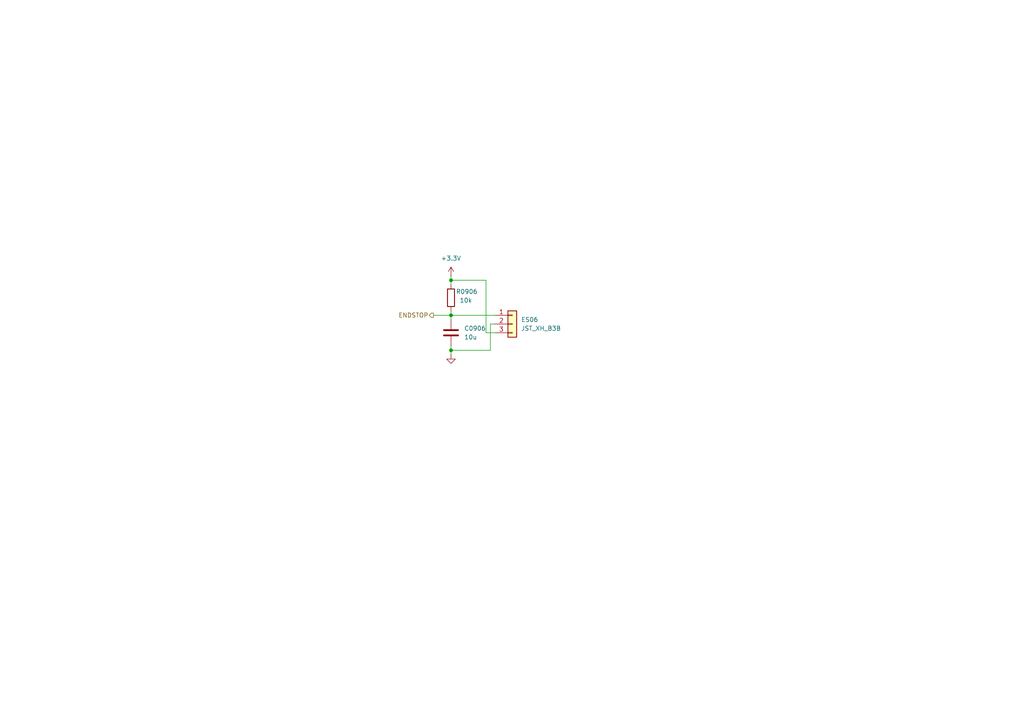
<source format=kicad_sch>
(kicad_sch
	(version 20250114)
	(generator "eeschema")
	(generator_version "9.0")
	(uuid "0800443c-02b9-4dfc-9967-9e992fc24098")
	(paper "A4")
	(title_block
		(date "2025-02-27")
		(comment 1 "Концевик")
		(comment 2 "Филимонов С.В.")
		(comment 3 "Семеренко Д.А.")
		(comment 4 "Тищенко Л.А.")
	)
	(lib_symbols
		(symbol "Connector_Generic:Conn_01x03"
			(pin_names
				(offset 1.016)
				(hide yes)
			)
			(exclude_from_sim no)
			(in_bom yes)
			(on_board yes)
			(property "Reference" "J"
				(at 0 5.08 0)
				(effects
					(font
						(size 1.27 1.27)
					)
				)
			)
			(property "Value" "Conn_01x03"
				(at 0 -5.08 0)
				(effects
					(font
						(size 1.27 1.27)
					)
				)
			)
			(property "Footprint" ""
				(at 0 0 0)
				(effects
					(font
						(size 1.27 1.27)
					)
					(hide yes)
				)
			)
			(property "Datasheet" "~"
				(at 0 0 0)
				(effects
					(font
						(size 1.27 1.27)
					)
					(hide yes)
				)
			)
			(property "Description" "Generic connector, single row, 01x03, script generated (kicad-library-utils/schlib/autogen/connector/)"
				(at 0 0 0)
				(effects
					(font
						(size 1.27 1.27)
					)
					(hide yes)
				)
			)
			(property "ki_keywords" "connector"
				(at 0 0 0)
				(effects
					(font
						(size 1.27 1.27)
					)
					(hide yes)
				)
			)
			(property "ki_fp_filters" "Connector*:*_1x??_*"
				(at 0 0 0)
				(effects
					(font
						(size 1.27 1.27)
					)
					(hide yes)
				)
			)
			(symbol "Conn_01x03_1_1"
				(rectangle
					(start -1.27 3.81)
					(end 1.27 -3.81)
					(stroke
						(width 0.254)
						(type default)
					)
					(fill
						(type background)
					)
				)
				(rectangle
					(start -1.27 2.667)
					(end 0 2.413)
					(stroke
						(width 0.1524)
						(type default)
					)
					(fill
						(type none)
					)
				)
				(rectangle
					(start -1.27 0.127)
					(end 0 -0.127)
					(stroke
						(width 0.1524)
						(type default)
					)
					(fill
						(type none)
					)
				)
				(rectangle
					(start -1.27 -2.413)
					(end 0 -2.667)
					(stroke
						(width 0.1524)
						(type default)
					)
					(fill
						(type none)
					)
				)
				(pin passive line
					(at -5.08 2.54 0)
					(length 3.81)
					(name "Pin_1"
						(effects
							(font
								(size 1.27 1.27)
							)
						)
					)
					(number "1"
						(effects
							(font
								(size 1.27 1.27)
							)
						)
					)
				)
				(pin passive line
					(at -5.08 0 0)
					(length 3.81)
					(name "Pin_2"
						(effects
							(font
								(size 1.27 1.27)
							)
						)
					)
					(number "2"
						(effects
							(font
								(size 1.27 1.27)
							)
						)
					)
				)
				(pin passive line
					(at -5.08 -2.54 0)
					(length 3.81)
					(name "Pin_3"
						(effects
							(font
								(size 1.27 1.27)
							)
						)
					)
					(number "3"
						(effects
							(font
								(size 1.27 1.27)
							)
						)
					)
				)
			)
			(embedded_fonts no)
		)
		(symbol "Device:C"
			(pin_numbers
				(hide yes)
			)
			(pin_names
				(offset 0.254)
			)
			(exclude_from_sim no)
			(in_bom yes)
			(on_board yes)
			(property "Reference" "C"
				(at 0.635 2.54 0)
				(effects
					(font
						(size 1.27 1.27)
					)
					(justify left)
				)
			)
			(property "Value" "C"
				(at 0.635 -2.54 0)
				(effects
					(font
						(size 1.27 1.27)
					)
					(justify left)
				)
			)
			(property "Footprint" ""
				(at 0.9652 -3.81 0)
				(effects
					(font
						(size 1.27 1.27)
					)
					(hide yes)
				)
			)
			(property "Datasheet" "~"
				(at 0 0 0)
				(effects
					(font
						(size 1.27 1.27)
					)
					(hide yes)
				)
			)
			(property "Description" "Unpolarized capacitor"
				(at 0 0 0)
				(effects
					(font
						(size 1.27 1.27)
					)
					(hide yes)
				)
			)
			(property "ki_keywords" "cap capacitor"
				(at 0 0 0)
				(effects
					(font
						(size 1.27 1.27)
					)
					(hide yes)
				)
			)
			(property "ki_fp_filters" "C_*"
				(at 0 0 0)
				(effects
					(font
						(size 1.27 1.27)
					)
					(hide yes)
				)
			)
			(symbol "C_0_1"
				(polyline
					(pts
						(xy -2.032 0.762) (xy 2.032 0.762)
					)
					(stroke
						(width 0.508)
						(type default)
					)
					(fill
						(type none)
					)
				)
				(polyline
					(pts
						(xy -2.032 -0.762) (xy 2.032 -0.762)
					)
					(stroke
						(width 0.508)
						(type default)
					)
					(fill
						(type none)
					)
				)
			)
			(symbol "C_1_1"
				(pin passive line
					(at 0 3.81 270)
					(length 2.794)
					(name "~"
						(effects
							(font
								(size 1.27 1.27)
							)
						)
					)
					(number "1"
						(effects
							(font
								(size 1.27 1.27)
							)
						)
					)
				)
				(pin passive line
					(at 0 -3.81 90)
					(length 2.794)
					(name "~"
						(effects
							(font
								(size 1.27 1.27)
							)
						)
					)
					(number "2"
						(effects
							(font
								(size 1.27 1.27)
							)
						)
					)
				)
			)
			(embedded_fonts no)
		)
		(symbol "Device:R"
			(pin_numbers
				(hide yes)
			)
			(pin_names
				(offset 0)
			)
			(exclude_from_sim no)
			(in_bom yes)
			(on_board yes)
			(property "Reference" "R"
				(at 2.032 0 90)
				(effects
					(font
						(size 1.27 1.27)
					)
				)
			)
			(property "Value" "R"
				(at 0 0 90)
				(effects
					(font
						(size 1.27 1.27)
					)
				)
			)
			(property "Footprint" ""
				(at -1.778 0 90)
				(effects
					(font
						(size 1.27 1.27)
					)
					(hide yes)
				)
			)
			(property "Datasheet" "~"
				(at 0 0 0)
				(effects
					(font
						(size 1.27 1.27)
					)
					(hide yes)
				)
			)
			(property "Description" "Resistor"
				(at 0 0 0)
				(effects
					(font
						(size 1.27 1.27)
					)
					(hide yes)
				)
			)
			(property "ki_keywords" "R res resistor"
				(at 0 0 0)
				(effects
					(font
						(size 1.27 1.27)
					)
					(hide yes)
				)
			)
			(property "ki_fp_filters" "R_*"
				(at 0 0 0)
				(effects
					(font
						(size 1.27 1.27)
					)
					(hide yes)
				)
			)
			(symbol "R_0_1"
				(rectangle
					(start -1.016 -2.54)
					(end 1.016 2.54)
					(stroke
						(width 0.254)
						(type default)
					)
					(fill
						(type none)
					)
				)
			)
			(symbol "R_1_1"
				(pin passive line
					(at 0 3.81 270)
					(length 1.27)
					(name "~"
						(effects
							(font
								(size 1.27 1.27)
							)
						)
					)
					(number "1"
						(effects
							(font
								(size 1.27 1.27)
							)
						)
					)
				)
				(pin passive line
					(at 0 -3.81 90)
					(length 1.27)
					(name "~"
						(effects
							(font
								(size 1.27 1.27)
							)
						)
					)
					(number "2"
						(effects
							(font
								(size 1.27 1.27)
							)
						)
					)
				)
			)
			(embedded_fonts no)
		)
		(symbol "power:+3.3V"
			(power)
			(pin_numbers
				(hide yes)
			)
			(pin_names
				(offset 0)
				(hide yes)
			)
			(exclude_from_sim no)
			(in_bom yes)
			(on_board yes)
			(property "Reference" "#PWR"
				(at 0 -3.81 0)
				(effects
					(font
						(size 1.27 1.27)
					)
					(hide yes)
				)
			)
			(property "Value" "+3.3V"
				(at 0 3.556 0)
				(effects
					(font
						(size 1.27 1.27)
					)
				)
			)
			(property "Footprint" ""
				(at 0 0 0)
				(effects
					(font
						(size 1.27 1.27)
					)
					(hide yes)
				)
			)
			(property "Datasheet" ""
				(at 0 0 0)
				(effects
					(font
						(size 1.27 1.27)
					)
					(hide yes)
				)
			)
			(property "Description" "Power symbol creates a global label with name \"+3.3V\""
				(at 0 0 0)
				(effects
					(font
						(size 1.27 1.27)
					)
					(hide yes)
				)
			)
			(property "ki_keywords" "global power"
				(at 0 0 0)
				(effects
					(font
						(size 1.27 1.27)
					)
					(hide yes)
				)
			)
			(symbol "+3.3V_0_1"
				(polyline
					(pts
						(xy -0.762 1.27) (xy 0 2.54)
					)
					(stroke
						(width 0)
						(type default)
					)
					(fill
						(type none)
					)
				)
				(polyline
					(pts
						(xy 0 2.54) (xy 0.762 1.27)
					)
					(stroke
						(width 0)
						(type default)
					)
					(fill
						(type none)
					)
				)
				(polyline
					(pts
						(xy 0 0) (xy 0 2.54)
					)
					(stroke
						(width 0)
						(type default)
					)
					(fill
						(type none)
					)
				)
			)
			(symbol "+3.3V_1_1"
				(pin power_in line
					(at 0 0 90)
					(length 0)
					(name "~"
						(effects
							(font
								(size 1.27 1.27)
							)
						)
					)
					(number "1"
						(effects
							(font
								(size 1.27 1.27)
							)
						)
					)
				)
			)
			(embedded_fonts no)
		)
		(symbol "power:GND"
			(power)
			(pin_numbers
				(hide yes)
			)
			(pin_names
				(offset 0)
				(hide yes)
			)
			(exclude_from_sim no)
			(in_bom yes)
			(on_board yes)
			(property "Reference" "#PWR"
				(at 0 -6.35 0)
				(effects
					(font
						(size 1.27 1.27)
					)
					(hide yes)
				)
			)
			(property "Value" "GND"
				(at 0 -3.81 0)
				(effects
					(font
						(size 1.27 1.27)
					)
				)
			)
			(property "Footprint" ""
				(at 0 0 0)
				(effects
					(font
						(size 1.27 1.27)
					)
					(hide yes)
				)
			)
			(property "Datasheet" ""
				(at 0 0 0)
				(effects
					(font
						(size 1.27 1.27)
					)
					(hide yes)
				)
			)
			(property "Description" "Power symbol creates a global label with name \"GND\" , ground"
				(at 0 0 0)
				(effects
					(font
						(size 1.27 1.27)
					)
					(hide yes)
				)
			)
			(property "ki_keywords" "global power"
				(at 0 0 0)
				(effects
					(font
						(size 1.27 1.27)
					)
					(hide yes)
				)
			)
			(symbol "GND_0_1"
				(polyline
					(pts
						(xy 0 0) (xy 0 -1.27) (xy 1.27 -1.27) (xy 0 -2.54) (xy -1.27 -1.27) (xy 0 -1.27)
					)
					(stroke
						(width 0)
						(type default)
					)
					(fill
						(type none)
					)
				)
			)
			(symbol "GND_1_1"
				(pin power_in line
					(at 0 0 270)
					(length 0)
					(name "~"
						(effects
							(font
								(size 1.27 1.27)
							)
						)
					)
					(number "1"
						(effects
							(font
								(size 1.27 1.27)
							)
						)
					)
				)
			)
			(embedded_fonts no)
		)
	)
	(junction
		(at 130.81 81.28)
		(diameter 0)
		(color 0 0 0 0)
		(uuid "7a1f5c96-5bcc-4e2d-980e-ac6bb97d73e6")
	)
	(junction
		(at 130.81 91.44)
		(diameter 0)
		(color 0 0 0 0)
		(uuid "a74a4f89-3de5-47b4-b477-3035b7b008c6")
	)
	(junction
		(at 130.81 101.6)
		(diameter 0)
		(color 0 0 0 0)
		(uuid "dc5f7702-c1f0-4e87-b00f-1e67d10c9a22")
	)
	(wire
		(pts
			(xy 130.81 100.33) (xy 130.81 101.6)
		)
		(stroke
			(width 0)
			(type default)
		)
		(uuid "1c503c35-ab40-482f-9d1e-004d4ddec8e8")
	)
	(wire
		(pts
			(xy 142.24 93.98) (xy 143.51 93.98)
		)
		(stroke
			(width 0)
			(type default)
		)
		(uuid "34d4d3f7-04fa-43db-b306-a602e8ab6c74")
	)
	(wire
		(pts
			(xy 130.81 91.44) (xy 130.81 92.71)
		)
		(stroke
			(width 0)
			(type default)
		)
		(uuid "5147e7d4-ae18-43c5-8f8e-c52b0d030e62")
	)
	(wire
		(pts
			(xy 125.73 91.44) (xy 130.81 91.44)
		)
		(stroke
			(width 0)
			(type default)
		)
		(uuid "836fc1ba-ef98-48a9-ad46-9d7b2487f54e")
	)
	(wire
		(pts
			(xy 130.81 80.01) (xy 130.81 81.28)
		)
		(stroke
			(width 0)
			(type default)
		)
		(uuid "869e6499-1475-4034-b333-4bd3008ceac8")
	)
	(wire
		(pts
			(xy 140.97 81.28) (xy 140.97 96.52)
		)
		(stroke
			(width 0)
			(type default)
		)
		(uuid "950b3342-1426-425d-9621-36117bcea7b4")
	)
	(wire
		(pts
			(xy 130.81 81.28) (xy 140.97 81.28)
		)
		(stroke
			(width 0)
			(type default)
		)
		(uuid "95129298-59fc-4ec8-a697-1385ff37dbdc")
	)
	(wire
		(pts
			(xy 130.81 101.6) (xy 130.81 102.87)
		)
		(stroke
			(width 0)
			(type default)
		)
		(uuid "aca6683b-61a0-49ba-b622-6dfd3cf116bc")
	)
	(wire
		(pts
			(xy 140.97 96.52) (xy 143.51 96.52)
		)
		(stroke
			(width 0)
			(type default)
		)
		(uuid "ad1ae28a-4b44-475b-96f6-e57c46dc2596")
	)
	(wire
		(pts
			(xy 130.81 90.17) (xy 130.81 91.44)
		)
		(stroke
			(width 0)
			(type default)
		)
		(uuid "c8a277af-f8f3-4d2f-af60-5c5b09247299")
	)
	(wire
		(pts
			(xy 130.81 81.28) (xy 130.81 82.55)
		)
		(stroke
			(width 0)
			(type default)
		)
		(uuid "d11cc10f-b110-4387-bdd6-2ee7ed980409")
	)
	(wire
		(pts
			(xy 130.81 101.6) (xy 142.24 101.6)
		)
		(stroke
			(width 0)
			(type default)
		)
		(uuid "d3becaf4-316f-44b3-85f4-b6c27083a725")
	)
	(wire
		(pts
			(xy 142.24 93.98) (xy 142.24 101.6)
		)
		(stroke
			(width 0)
			(type default)
		)
		(uuid "ed87f7b2-f9ad-4014-8605-2e635a1f7ff1")
	)
	(wire
		(pts
			(xy 130.81 91.44) (xy 143.51 91.44)
		)
		(stroke
			(width 0)
			(type default)
		)
		(uuid "f157d491-3f00-458e-bcae-7757df90e317")
	)
	(hierarchical_label "ENDSTOP"
		(shape output)
		(at 125.73 91.44 180)
		(effects
			(font
				(size 1.27 1.27)
			)
			(justify right)
		)
		(uuid "e4f74ea1-ec6c-4ae0-a8d1-f84b03410f73")
	)
	(symbol
		(lib_id "power:+3.3V")
		(at 130.81 80.01 0)
		(unit 1)
		(exclude_from_sim no)
		(in_bom yes)
		(on_board yes)
		(dnp no)
		(fields_autoplaced yes)
		(uuid "094291d7-bc72-433e-b1a6-4bde079afa1c")
		(property "Reference" "#PWR0167"
			(at 130.81 83.82 0)
			(effects
				(font
					(size 1.27 1.27)
				)
				(hide yes)
			)
		)
		(property "Value" "+3.3V"
			(at 130.81 74.93 0)
			(effects
				(font
					(size 1.27 1.27)
				)
			)
		)
		(property "Footprint" ""
			(at 130.81 80.01 0)
			(effects
				(font
					(size 1.27 1.27)
				)
				(hide yes)
			)
		)
		(property "Datasheet" ""
			(at 130.81 80.01 0)
			(effects
				(font
					(size 1.27 1.27)
				)
				(hide yes)
			)
		)
		(property "Description" "Power symbol creates a global label with name \"+3.3V\""
			(at 130.81 80.01 0)
			(effects
				(font
					(size 1.27 1.27)
				)
				(hide yes)
			)
		)
		(pin "1"
			(uuid "37a24838-7918-40e6-b903-94115f3306cb")
		)
		(instances
			(project "MasterBoard"
				(path "/97e8f341-b455-4614-ab7f-cc310164e7aa/0020857d-77ad-4b1f-afb2-65480b85c325"
					(reference "#PWR0178")
					(unit 1)
				)
				(path "/97e8f341-b455-4614-ab7f-cc310164e7aa/15b1724a-2f36-4aa6-bc5e-02dcfe1e0071"
					(reference "#PWR0176")
					(unit 1)
				)
				(path "/97e8f341-b455-4614-ab7f-cc310164e7aa/2cb344d1-bc6a-4ba0-9e7f-cb68bc3ab9dc"
					(reference "#PWR0174")
					(unit 1)
				)
				(path "/97e8f341-b455-4614-ab7f-cc310164e7aa/4e2e899a-7a0c-4669-897b-8dedbdd1b4ee"
					(reference "#PWR0170")
					(unit 1)
				)
				(path "/97e8f341-b455-4614-ab7f-cc310164e7aa/94ff1a88-0c2a-40cb-bd19-cf6a210b21bd"
					(reference "#PWR0172")
					(unit 1)
				)
				(path "/97e8f341-b455-4614-ab7f-cc310164e7aa/a1fd2dac-a455-4c85-b79b-43aa768602d3"
					(reference "#PWR0168")
					(unit 1)
				)
				(path "/97e8f341-b455-4614-ab7f-cc310164e7aa/c32cc6e0-b940-4ade-a351-c5b9da254a31"
					(reference "#PWR0167")
					(unit 1)
				)
			)
		)
	)
	(symbol
		(lib_id "Connector_Generic:Conn_01x03")
		(at 148.59 93.98 0)
		(unit 1)
		(exclude_from_sim no)
		(in_bom yes)
		(on_board yes)
		(dnp no)
		(fields_autoplaced yes)
		(uuid "17d6fb1f-1d34-4926-b070-2c96b1117d37")
		(property "Reference" "ES00"
			(at 151.13 92.7099 0)
			(effects
				(font
					(size 1.27 1.27)
				)
				(justify left)
			)
		)
		(property "Value" "JST_XH_B3B"
			(at 151.13 95.2499 0)
			(effects
				(font
					(size 1.27 1.27)
				)
				(justify left)
			)
		)
		(property "Footprint" "Connector_JST:JST_XH_B3B-XH-A_1x03_P2.50mm_Vertical"
			(at 148.59 93.98 0)
			(effects
				(font
					(size 1.27 1.27)
				)
				(hide yes)
			)
		)
		(property "Datasheet" "~"
			(at 148.59 93.98 0)
			(effects
				(font
					(size 1.27 1.27)
				)
				(hide yes)
			)
		)
		(property "Description" "Generic connector, single row, 01x03, script generated (kicad-library-utils/schlib/autogen/connector/)"
			(at 148.59 93.98 0)
			(effects
				(font
					(size 1.27 1.27)
				)
				(hide yes)
			)
		)
		(pin "1"
			(uuid "188b7076-40d4-49be-b507-0d899b1e567a")
		)
		(pin "2"
			(uuid "88c30446-78d9-4e0a-8d9f-e0277f33262b")
		)
		(pin "3"
			(uuid "801a0bd0-5618-4e43-8d4c-5827f5e22ade")
		)
		(instances
			(project "MasterBoard"
				(path "/97e8f341-b455-4614-ab7f-cc310164e7aa/0020857d-77ad-4b1f-afb2-65480b85c325"
					(reference "ES06")
					(unit 1)
				)
				(path "/97e8f341-b455-4614-ab7f-cc310164e7aa/15b1724a-2f36-4aa6-bc5e-02dcfe1e0071"
					(reference "ES05")
					(unit 1)
				)
				(path "/97e8f341-b455-4614-ab7f-cc310164e7aa/2cb344d1-bc6a-4ba0-9e7f-cb68bc3ab9dc"
					(reference "J04")
					(unit 1)
				)
				(path "/97e8f341-b455-4614-ab7f-cc310164e7aa/4e2e899a-7a0c-4669-897b-8dedbdd1b4ee"
					(reference "JES02")
					(unit 1)
				)
				(path "/97e8f341-b455-4614-ab7f-cc310164e7aa/94ff1a88-0c2a-40cb-bd19-cf6a210b21bd"
					(reference "ES03")
					(unit 1)
				)
				(path "/97e8f341-b455-4614-ab7f-cc310164e7aa/a1fd2dac-a455-4c85-b79b-43aa768602d3"
					(reference "ES01")
					(unit 1)
				)
				(path "/97e8f341-b455-4614-ab7f-cc310164e7aa/c32cc6e0-b940-4ade-a351-c5b9da254a31"
					(reference "ES00")
					(unit 1)
				)
			)
		)
	)
	(symbol
		(lib_id "Device:C")
		(at 130.81 96.52 180)
		(unit 1)
		(exclude_from_sim no)
		(in_bom yes)
		(on_board yes)
		(dnp no)
		(fields_autoplaced yes)
		(uuid "6f771c0b-729f-4ca7-8ce4-65d33540e95d")
		(property "Reference" "C0900"
			(at 134.62 95.2499 0)
			(effects
				(font
					(size 1.27 1.27)
				)
				(justify right)
			)
		)
		(property "Value" "10u"
			(at 134.62 97.7899 0)
			(effects
				(font
					(size 1.27 1.27)
				)
				(justify right)
			)
		)
		(property "Footprint" "Capacitor_SMD:C_0805_2012Metric"
			(at 129.8448 92.71 0)
			(effects
				(font
					(size 1.27 1.27)
				)
				(hide yes)
			)
		)
		(property "Datasheet" "~"
			(at 130.81 96.52 0)
			(effects
				(font
					(size 1.27 1.27)
				)
				(hide yes)
			)
		)
		(property "Description" ""
			(at 130.81 96.52 0)
			(effects
				(font
					(size 1.27 1.27)
				)
				(hide yes)
			)
		)
		(pin "1"
			(uuid "3d4cd0e4-8f87-4b43-8ada-7a1d2bcbb536")
		)
		(pin "2"
			(uuid "76009549-fe89-4627-991f-f1cffb5dae9f")
		)
		(instances
			(project "MasterBoard"
				(path "/97e8f341-b455-4614-ab7f-cc310164e7aa/0020857d-77ad-4b1f-afb2-65480b85c325"
					(reference "C0906")
					(unit 1)
				)
				(path "/97e8f341-b455-4614-ab7f-cc310164e7aa/15b1724a-2f36-4aa6-bc5e-02dcfe1e0071"
					(reference "C0905")
					(unit 1)
				)
				(path "/97e8f341-b455-4614-ab7f-cc310164e7aa/2cb344d1-bc6a-4ba0-9e7f-cb68bc3ab9dc"
					(reference "C0904")
					(unit 1)
				)
				(path "/97e8f341-b455-4614-ab7f-cc310164e7aa/4e2e899a-7a0c-4669-897b-8dedbdd1b4ee"
					(reference "C0902")
					(unit 1)
				)
				(path "/97e8f341-b455-4614-ab7f-cc310164e7aa/94ff1a88-0c2a-40cb-bd19-cf6a210b21bd"
					(reference "C0903")
					(unit 1)
				)
				(path "/97e8f341-b455-4614-ab7f-cc310164e7aa/a1fd2dac-a455-4c85-b79b-43aa768602d3"
					(reference "C0901")
					(unit 1)
				)
				(path "/97e8f341-b455-4614-ab7f-cc310164e7aa/c32cc6e0-b940-4ade-a351-c5b9da254a31"
					(reference "C0900")
					(unit 1)
				)
			)
		)
	)
	(symbol
		(lib_id "Device:R")
		(at 130.81 86.36 180)
		(unit 1)
		(exclude_from_sim no)
		(in_bom yes)
		(on_board yes)
		(dnp no)
		(uuid "e1fbd6db-2f96-4559-80ad-fee473b39f94")
		(property "Reference" "R0900"
			(at 135.382 84.582 0)
			(effects
				(font
					(size 1.27 1.27)
				)
			)
		)
		(property "Value" "10k"
			(at 135.128 87.122 0)
			(effects
				(font
					(size 1.27 1.27)
				)
			)
		)
		(property "Footprint" "Resistor_SMD:R_1206_3216Metric_Pad1.30x1.75mm_HandSolder"
			(at 132.588 86.36 90)
			(effects
				(font
					(size 1.27 1.27)
				)
				(hide yes)
			)
		)
		(property "Datasheet" "~"
			(at 130.81 86.36 0)
			(effects
				(font
					(size 1.27 1.27)
				)
				(hide yes)
			)
		)
		(property "Description" ""
			(at 130.81 86.36 0)
			(effects
				(font
					(size 1.27 1.27)
				)
				(hide yes)
			)
		)
		(pin "1"
			(uuid "5ee6cfcf-20af-44b8-abd3-b10ccfdc0aa2")
		)
		(pin "2"
			(uuid "273fe9bd-40bf-49c2-9864-ddeb94efecf3")
		)
		(instances
			(project "MasterBoard"
				(path "/97e8f341-b455-4614-ab7f-cc310164e7aa/0020857d-77ad-4b1f-afb2-65480b85c325"
					(reference "R0906")
					(unit 1)
				)
				(path "/97e8f341-b455-4614-ab7f-cc310164e7aa/15b1724a-2f36-4aa6-bc5e-02dcfe1e0071"
					(reference "R0905")
					(unit 1)
				)
				(path "/97e8f341-b455-4614-ab7f-cc310164e7aa/2cb344d1-bc6a-4ba0-9e7f-cb68bc3ab9dc"
					(reference "R0904")
					(unit 1)
				)
				(path "/97e8f341-b455-4614-ab7f-cc310164e7aa/4e2e899a-7a0c-4669-897b-8dedbdd1b4ee"
					(reference "R0902")
					(unit 1)
				)
				(path "/97e8f341-b455-4614-ab7f-cc310164e7aa/94ff1a88-0c2a-40cb-bd19-cf6a210b21bd"
					(reference "R0903")
					(unit 1)
				)
				(path "/97e8f341-b455-4614-ab7f-cc310164e7aa/a1fd2dac-a455-4c85-b79b-43aa768602d3"
					(reference "R0901")
					(unit 1)
				)
				(path "/97e8f341-b455-4614-ab7f-cc310164e7aa/c32cc6e0-b940-4ade-a351-c5b9da254a31"
					(reference "R0900")
					(unit 1)
				)
			)
		)
	)
	(symbol
		(lib_id "power:GND")
		(at 130.81 102.87 0)
		(unit 1)
		(exclude_from_sim no)
		(in_bom yes)
		(on_board yes)
		(dnp no)
		(fields_autoplaced yes)
		(uuid "ebdef946-fe40-40c1-8b3d-cf5b393c757b")
		(property "Reference" "#PWR0166"
			(at 130.81 109.22 0)
			(effects
				(font
					(size 1.27 1.27)
				)
				(hide yes)
			)
		)
		(property "Value" "GND"
			(at 130.81 107.95 0)
			(effects
				(font
					(size 1.27 1.27)
				)
				(hide yes)
			)
		)
		(property "Footprint" ""
			(at 130.81 102.87 0)
			(effects
				(font
					(size 1.27 1.27)
				)
				(hide yes)
			)
		)
		(property "Datasheet" ""
			(at 130.81 102.87 0)
			(effects
				(font
					(size 1.27 1.27)
				)
				(hide yes)
			)
		)
		(property "Description" "Power symbol creates a global label with name \"GND\" , ground"
			(at 130.81 102.87 0)
			(effects
				(font
					(size 1.27 1.27)
				)
				(hide yes)
			)
		)
		(pin "1"
			(uuid "2c32ba6d-ed12-4491-88cb-3d261d94335f")
		)
		(instances
			(project "MasterBoard"
				(path "/97e8f341-b455-4614-ab7f-cc310164e7aa/0020857d-77ad-4b1f-afb2-65480b85c325"
					(reference "#PWR0179")
					(unit 1)
				)
				(path "/97e8f341-b455-4614-ab7f-cc310164e7aa/15b1724a-2f36-4aa6-bc5e-02dcfe1e0071"
					(reference "#PWR0177")
					(unit 1)
				)
				(path "/97e8f341-b455-4614-ab7f-cc310164e7aa/2cb344d1-bc6a-4ba0-9e7f-cb68bc3ab9dc"
					(reference "#PWR0175")
					(unit 1)
				)
				(path "/97e8f341-b455-4614-ab7f-cc310164e7aa/4e2e899a-7a0c-4669-897b-8dedbdd1b4ee"
					(reference "#PWR0171")
					(unit 1)
				)
				(path "/97e8f341-b455-4614-ab7f-cc310164e7aa/94ff1a88-0c2a-40cb-bd19-cf6a210b21bd"
					(reference "#PWR0173")
					(unit 1)
				)
				(path "/97e8f341-b455-4614-ab7f-cc310164e7aa/a1fd2dac-a455-4c85-b79b-43aa768602d3"
					(reference "#PWR0169")
					(unit 1)
				)
				(path "/97e8f341-b455-4614-ab7f-cc310164e7aa/c32cc6e0-b940-4ade-a351-c5b9da254a31"
					(reference "#PWR0166")
					(unit 1)
				)
			)
		)
	)
)

</source>
